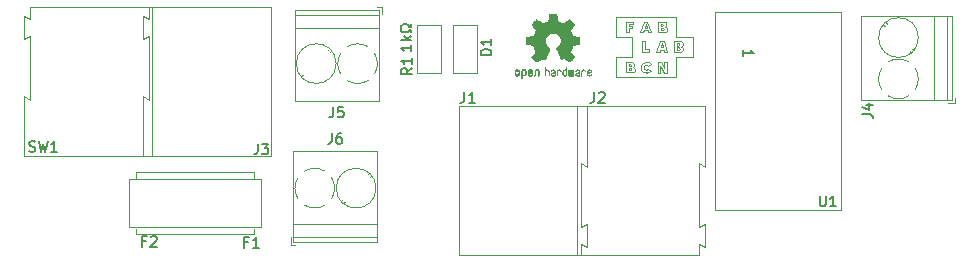
<source format=gbr>
%TF.GenerationSoftware,KiCad,Pcbnew,(5.1.10-1-10_14)*%
%TF.CreationDate,2021-07-05T16:18:31+02:00*%
%TF.ProjectId,cablebot_power,6361626c-6562-46f7-945f-706f7765722e,rev?*%
%TF.SameCoordinates,Original*%
%TF.FileFunction,Legend,Top*%
%TF.FilePolarity,Positive*%
%FSLAX46Y46*%
G04 Gerber Fmt 4.6, Leading zero omitted, Abs format (unit mm)*
G04 Created by KiCad (PCBNEW (5.1.10-1-10_14)) date 2021-07-05 16:18:31*
%MOMM*%
%LPD*%
G01*
G04 APERTURE LIST*
%ADD10C,0.127000*%
%ADD11C,0.100000*%
%ADD12C,0.150000*%
G04 APERTURE END LIST*
D10*
X178422833Y-96454000D02*
X178422833Y-95946000D01*
X178422833Y-96200000D02*
X179311833Y-96200000D01*
X179184833Y-96115333D01*
X179100166Y-96030666D01*
X179057833Y-95946000D01*
D11*
%TO.C,U2*%
X170579763Y-97693258D02*
X170402246Y-97528573D01*
X173067141Y-95832533D02*
X173067141Y-95832533D01*
X172949509Y-95933055D02*
X173046050Y-95895472D01*
X173046050Y-95895472D02*
X173067141Y-95832533D01*
X172834016Y-95933055D02*
X172949509Y-95933055D01*
X172834016Y-95736289D02*
X172834016Y-95933055D01*
X172949509Y-95736289D02*
X172834016Y-95736289D01*
X173067141Y-95832533D02*
X173012998Y-95748159D01*
X173012998Y-95748159D02*
X172949509Y-95736289D01*
X172831877Y-95396225D02*
X172831877Y-95394087D01*
X172919566Y-95396225D02*
X172831877Y-95396225D01*
X173026504Y-95483915D02*
X172963343Y-95401805D01*
X172963343Y-95401805D02*
X172919566Y-95396225D01*
X172919566Y-95573743D02*
X173012209Y-95535057D01*
X173012209Y-95535057D02*
X173026504Y-95483915D01*
X172831877Y-95573743D02*
X172919566Y-95573743D01*
X172831877Y-95394087D02*
X172831877Y-95573743D01*
X173351596Y-95886002D02*
X173351596Y-95886002D01*
X173159107Y-95672126D02*
X173258719Y-95705188D01*
X173258719Y-95705188D02*
X173327855Y-95778346D01*
X173327855Y-95778346D02*
X173351596Y-95886002D01*
X173306682Y-95456111D02*
X173288184Y-95561867D01*
X173288184Y-95561867D02*
X173227280Y-95641682D01*
X173227280Y-95641682D02*
X173159107Y-95672126D01*
X173026504Y-95216569D02*
X173137102Y-95229870D01*
X173137102Y-95229870D02*
X173229023Y-95274945D01*
X173229023Y-95274945D02*
X173289672Y-95358229D01*
X173289672Y-95358229D02*
X173306682Y-95456111D01*
X172564531Y-95216569D02*
X173026504Y-95216569D01*
X172564531Y-96110572D02*
X172564531Y-95216569D01*
X173037198Y-96110572D02*
X172564531Y-96110572D01*
X173351596Y-95886002D02*
X173329840Y-95986056D01*
X173329840Y-95986056D02*
X173256922Y-96062725D01*
X173256922Y-96062725D02*
X173153705Y-96100305D01*
X173153705Y-96100305D02*
X173037198Y-96110572D01*
X169841887Y-96108433D02*
X169841887Y-95214431D01*
X170477100Y-96108433D02*
X169841887Y-96108433D01*
X170477100Y-95894557D02*
X170477100Y-96108433D01*
X170107094Y-95894557D02*
X170477100Y-95894557D01*
X170107094Y-95214431D02*
X170107094Y-95894557D01*
X169841887Y-95214431D02*
X170107094Y-95214431D01*
X170068596Y-94061638D02*
X170265362Y-94061638D01*
X170164841Y-93719436D02*
X170068596Y-94061638D01*
X170166979Y-93719436D02*
X170164841Y-93719436D01*
X170265362Y-94061638D02*
X170166979Y-93719436D01*
X170374439Y-94438060D02*
X170323109Y-94260543D01*
X170635367Y-94438060D02*
X170374439Y-94438060D01*
X170320970Y-93544059D02*
X170635367Y-94438060D01*
X170012988Y-93544059D02*
X170320970Y-93544059D01*
X169698590Y-94438060D02*
X170012988Y-93544059D01*
X169959519Y-94438060D02*
X169698590Y-94438060D01*
X170010850Y-94260543D02*
X169959519Y-94438060D01*
X170323109Y-94260543D02*
X170010850Y-94260543D01*
X171687639Y-94160021D02*
X171687639Y-94160021D01*
X171570007Y-94260543D02*
X171666548Y-94222960D01*
X171666548Y-94222960D02*
X171687639Y-94160021D01*
X171454514Y-94260543D02*
X171570007Y-94260543D01*
X171454514Y-94063777D02*
X171454514Y-94260543D01*
X171570007Y-94063777D02*
X171454514Y-94063777D01*
X171687639Y-94160021D02*
X171633496Y-94075647D01*
X171633496Y-94075647D02*
X171570007Y-94063777D01*
X171452375Y-93723714D02*
X171452375Y-93721575D01*
X171540064Y-93723714D02*
X171452375Y-93723714D01*
X171647003Y-93811403D02*
X171583841Y-93729294D01*
X171583841Y-93729294D02*
X171540064Y-93723714D01*
X171540064Y-93901231D02*
X171632708Y-93862545D01*
X171632708Y-93862545D02*
X171647003Y-93811403D01*
X171452375Y-93901231D02*
X171540064Y-93901231D01*
X171452375Y-93721575D02*
X171452375Y-93901231D01*
X171972094Y-94213490D02*
X171972094Y-94213490D01*
X171779606Y-93999614D02*
X171879217Y-94032676D01*
X171879217Y-94032676D02*
X171948353Y-94105834D01*
X171948353Y-94105834D02*
X171972094Y-94213490D01*
X171927180Y-93783599D02*
X171908683Y-93889355D01*
X171908683Y-93889355D02*
X171847778Y-93969170D01*
X171847778Y-93969170D02*
X171779606Y-93999614D01*
X171647003Y-93544059D02*
X171757601Y-93557360D01*
X171757601Y-93557360D02*
X171849521Y-93602434D01*
X171849521Y-93602434D02*
X171910170Y-93685717D01*
X171910170Y-93685717D02*
X171927180Y-93783599D01*
X171185030Y-93544059D02*
X171647003Y-93544059D01*
X171185030Y-94438060D02*
X171185030Y-93544059D01*
X171657696Y-94438060D02*
X171185030Y-94438060D01*
X171972094Y-94213490D02*
X171950338Y-94313544D01*
X171950338Y-94313544D02*
X171877420Y-94390213D01*
X171877420Y-94390213D02*
X171774204Y-94427793D01*
X171774204Y-94427793D02*
X171657696Y-94438060D01*
X169097600Y-93721574D02*
X168721178Y-93721574D01*
X169097600Y-93544057D02*
X169097600Y-93721574D01*
X168460248Y-93544057D02*
X169097600Y-93544057D01*
X168460248Y-94438060D02*
X168460248Y-93544057D01*
X168721178Y-94438060D02*
X168460248Y-94438060D01*
X168721178Y-94095858D02*
X168721178Y-94438060D01*
X169044131Y-94095858D02*
X168721178Y-94095858D01*
X169749923Y-97410941D02*
X169764654Y-97523202D01*
X169764654Y-97523202D02*
X169806368Y-97625047D01*
X169806368Y-97625047D02*
X169871344Y-97712949D01*
X169871344Y-97712949D02*
X169955862Y-97783386D01*
X169955862Y-97783386D02*
X170056201Y-97832832D01*
X170056201Y-97832832D02*
X170168642Y-97857762D01*
X170168642Y-97857762D02*
X170216173Y-97860081D01*
X170216173Y-96961801D02*
X170099220Y-96975938D01*
X170099220Y-96975938D02*
X169993360Y-97016000D01*
X169993360Y-97016000D02*
X169902166Y-97078464D01*
X169902166Y-97078464D02*
X169829211Y-97159803D01*
X169829211Y-97159803D02*
X169778070Y-97256494D01*
X169778070Y-97256494D02*
X169752316Y-97365011D01*
X169752316Y-97365011D02*
X169749923Y-97410941D01*
X170581902Y-97130763D02*
X170509417Y-97061052D01*
X170509417Y-97061052D02*
X170422296Y-97007784D01*
X170422296Y-97007784D02*
X170323545Y-96973764D01*
X170323545Y-96973764D02*
X170216173Y-96961801D01*
X168964995Y-97579902D02*
X168964995Y-97579902D01*
X168847363Y-97680423D02*
X168943904Y-97642841D01*
X168943904Y-97642841D02*
X168964995Y-97579902D01*
X168731870Y-97680423D02*
X168847363Y-97680423D01*
X168731870Y-97483657D02*
X168731870Y-97680423D01*
X168847363Y-97483657D02*
X168731870Y-97483657D01*
X168964995Y-97579902D02*
X168910852Y-97495527D01*
X168910852Y-97495527D02*
X168847363Y-97483657D01*
X168729731Y-97143594D02*
X168729731Y-97141455D01*
X168817420Y-97143594D02*
X168729731Y-97143594D01*
X168924359Y-97231283D02*
X168861197Y-97149174D01*
X168861197Y-97149174D02*
X168817420Y-97143594D01*
X168817420Y-97321111D02*
X168910064Y-97282425D01*
X168910064Y-97282425D02*
X168924359Y-97231283D01*
X168729731Y-97321111D02*
X168817420Y-97321111D01*
X168729731Y-97141455D02*
X168729731Y-97321111D01*
X169249450Y-97631232D02*
X169249450Y-97631232D01*
X169056962Y-97417356D02*
X169155626Y-97450849D01*
X169155626Y-97450849D02*
X169225212Y-97524526D01*
X169225212Y-97524526D02*
X169249450Y-97631232D01*
X169204536Y-97201341D02*
X169186039Y-97307096D01*
X169186039Y-97307096D02*
X169125134Y-97386911D01*
X169125134Y-97386911D02*
X169056962Y-97417356D01*
X168924359Y-96961799D02*
X169034957Y-96975100D01*
X169034957Y-96975100D02*
X169126877Y-97020175D01*
X169126877Y-97020175D02*
X169187526Y-97103459D01*
X169187526Y-97103459D02*
X169204536Y-97201341D01*
X168462386Y-96961799D02*
X168924359Y-96961799D01*
X168462386Y-97855802D02*
X168462386Y-96961799D01*
X168935052Y-97855802D02*
X168462386Y-97855802D01*
X169249450Y-97631232D02*
X169227694Y-97731286D01*
X169227694Y-97731286D02*
X169154776Y-97807955D01*
X169154776Y-97807955D02*
X169051560Y-97845535D01*
X169051560Y-97845535D02*
X168935052Y-97855802D01*
X171180752Y-97860079D02*
X171180752Y-96957522D01*
X171413878Y-97860079D02*
X171180752Y-97860079D01*
X171413878Y-97425911D02*
X171413878Y-97860079D01*
X171413878Y-97306140D02*
X171413878Y-97425911D01*
X171416016Y-97306140D02*
X171413878Y-97306140D01*
X171465208Y-97415217D02*
X171423060Y-97324026D01*
X171423060Y-97324026D02*
X171416016Y-97306140D01*
X171706888Y-97860079D02*
X171465208Y-97415217D01*
X171967817Y-97860079D02*
X171706888Y-97860079D01*
X171967817Y-96957522D02*
X171967817Y-97860079D01*
X171734692Y-96957522D02*
X171967817Y-96957522D01*
X171734692Y-97398107D02*
X171734692Y-96957522D01*
X171734692Y-97511461D02*
X171734692Y-97398107D01*
X171732553Y-97511461D02*
X171734692Y-97511461D01*
X171681223Y-97393829D02*
X171723894Y-97488025D01*
X171723894Y-97488025D02*
X171732553Y-97511461D01*
X171454514Y-96957522D02*
X171681223Y-97393829D01*
X171180752Y-96957522D02*
X171454514Y-96957522D01*
X171448098Y-95734150D02*
X171644864Y-95734150D01*
X171544342Y-95391948D02*
X171448098Y-95734150D01*
X171546481Y-95391948D02*
X171544342Y-95391948D01*
X171644864Y-95734150D02*
X171546481Y-95391948D01*
X171753941Y-96110572D02*
X171702610Y-95933055D01*
X172014870Y-96110572D02*
X171753941Y-96110572D01*
X171700472Y-95216569D02*
X172014870Y-96110572D01*
X171392490Y-95216569D02*
X171700472Y-95216569D01*
X171078092Y-96110572D02*
X171392490Y-95216569D01*
X171339021Y-96110572D02*
X171078092Y-96110572D01*
X171390351Y-95933055D02*
X171339021Y-96110572D01*
X171702610Y-95933055D02*
X171390351Y-95933055D01*
X172757024Y-94844425D02*
X172757024Y-93135553D01*
X169018466Y-94844425D02*
X169018466Y-96555436D01*
X167641102Y-94844425D02*
X169018466Y-94844425D01*
X167641102Y-93135553D02*
X167641102Y-94844425D01*
X172757024Y-93135553D02*
X167641102Y-93135553D01*
X169044131Y-93899092D02*
X169044131Y-94095858D01*
X168721178Y-93899092D02*
X169044131Y-93899092D01*
X168721178Y-93721574D02*
X168721178Y-93899092D01*
X174134388Y-94844425D02*
X172757024Y-94844425D01*
X174134388Y-96555436D02*
X174134388Y-94844425D01*
X172757024Y-96555436D02*
X174134388Y-96555436D01*
X172757024Y-98264308D02*
X172757024Y-96555436D01*
X167641102Y-98264308D02*
X172757024Y-98264308D01*
X167641102Y-96555436D02*
X167641102Y-98264308D01*
X169018466Y-96555436D02*
X167641102Y-96555436D01*
X170216173Y-97624818D02*
X170111059Y-97599401D01*
X170111059Y-97599401D02*
X170033438Y-97531768D01*
X170033438Y-97531768D02*
X169997014Y-97434843D01*
X169997014Y-97434843D02*
X169995880Y-97413080D01*
X170216173Y-97860081D02*
X170323211Y-97848150D01*
X170323211Y-97848150D02*
X170421227Y-97814365D01*
X170421227Y-97814365D02*
X170507612Y-97761731D01*
X170507612Y-97761731D02*
X170579763Y-97693258D01*
X170402246Y-97528573D02*
X170324448Y-97598350D01*
X170324448Y-97598350D02*
X170223559Y-97624705D01*
X170223559Y-97624705D02*
X170216173Y-97624818D01*
X170402246Y-97299725D02*
X170581902Y-97130763D01*
X170216173Y-97201342D02*
X170318424Y-97224956D01*
X170318424Y-97224956D02*
X170398549Y-97294173D01*
X170398549Y-97294173D02*
X170402246Y-97299725D01*
X169995880Y-97413080D02*
X170022418Y-97311846D01*
X170022418Y-97311846D02*
X170092897Y-97237320D01*
X170092897Y-97237320D02*
X170193609Y-97202427D01*
X170193609Y-97202427D02*
X170216173Y-97201342D01*
%TO.C,J6*%
X140100000Y-112450000D02*
X140500000Y-112450000D01*
X140100000Y-111810000D02*
X140100000Y-112450000D01*
X144505000Y-108591000D02*
X144376000Y-108719000D01*
X146720000Y-106375000D02*
X146626000Y-106469000D01*
X144675000Y-108831000D02*
X144581000Y-108924000D01*
X146925000Y-106581000D02*
X146796000Y-106709000D01*
X147460000Y-104490000D02*
X147460000Y-112210000D01*
X140340000Y-104490000D02*
X140340000Y-112210000D01*
X140340000Y-112210000D02*
X147460000Y-112210000D01*
X140340000Y-104490000D02*
X147460000Y-104490000D01*
X140340000Y-110650000D02*
X147460000Y-110650000D01*
X140340000Y-111750000D02*
X147460000Y-111750000D01*
X147330000Y-107650000D02*
G75*
G03*
X147330000Y-107650000I-1680000J0D01*
G01*
X142178674Y-109330099D02*
G75*
G02*
X141284000Y-109090000I-28674J1680099D01*
G01*
X140724642Y-108539894D02*
G75*
G02*
X140710000Y-106784000I1425358J889894D01*
G01*
X141260106Y-106224642D02*
G75*
G02*
X143016000Y-106210000I889894J-1425358D01*
G01*
X143575505Y-106759807D02*
G75*
G02*
X143575000Y-108541000I-1425505J-890193D01*
G01*
X143040264Y-109074721D02*
G75*
G02*
X142150000Y-109330000I-890264J1424721D01*
G01*
D12*
%TO.C,OSH1*%
G36*
X159949744Y-97569918D02*
G01*
X160005201Y-97597568D01*
X160054148Y-97648480D01*
X160067629Y-97667338D01*
X160082314Y-97692015D01*
X160091842Y-97718816D01*
X160097293Y-97754587D01*
X160099747Y-97806169D01*
X160100286Y-97874267D01*
X160097852Y-97967588D01*
X160089394Y-98037657D01*
X160073174Y-98089931D01*
X160047454Y-98129869D01*
X160010497Y-98162929D01*
X160007782Y-98164886D01*
X159971360Y-98184908D01*
X159927502Y-98194815D01*
X159871724Y-98197257D01*
X159781048Y-98197257D01*
X159781010Y-98285283D01*
X159780166Y-98334308D01*
X159775024Y-98363065D01*
X159761587Y-98380311D01*
X159735858Y-98394808D01*
X159729679Y-98397769D01*
X159700764Y-98411648D01*
X159678376Y-98420414D01*
X159661729Y-98421171D01*
X159650036Y-98411023D01*
X159642510Y-98387073D01*
X159638366Y-98346426D01*
X159636815Y-98286186D01*
X159637071Y-98203455D01*
X159638349Y-98095339D01*
X159638748Y-98063000D01*
X159640185Y-97951524D01*
X159641472Y-97878603D01*
X159780971Y-97878603D01*
X159781755Y-97940499D01*
X159785240Y-97980997D01*
X159793124Y-98007708D01*
X159807105Y-98028244D01*
X159816597Y-98038260D01*
X159855404Y-98067567D01*
X159889763Y-98069952D01*
X159925216Y-98045750D01*
X159926114Y-98044857D01*
X159940539Y-98026153D01*
X159949313Y-98000732D01*
X159953739Y-97961584D01*
X159955118Y-97901697D01*
X159955143Y-97888430D01*
X159951812Y-97805901D01*
X159940969Y-97748691D01*
X159921340Y-97713766D01*
X159891650Y-97698094D01*
X159874491Y-97696514D01*
X159833766Y-97703926D01*
X159805832Y-97728330D01*
X159789017Y-97772980D01*
X159781650Y-97841130D01*
X159780971Y-97878603D01*
X159641472Y-97878603D01*
X159641708Y-97865245D01*
X159643677Y-97800333D01*
X159646450Y-97752958D01*
X159650388Y-97719290D01*
X159655849Y-97695498D01*
X159663192Y-97677753D01*
X159672777Y-97662224D01*
X159676887Y-97656381D01*
X159731405Y-97601185D01*
X159800336Y-97569890D01*
X159880072Y-97561165D01*
X159949744Y-97569918D01*
G37*
G36*
X161066093Y-97577780D02*
G01*
X161112672Y-97604723D01*
X161145057Y-97631466D01*
X161168742Y-97659484D01*
X161185059Y-97693748D01*
X161195339Y-97739227D01*
X161200914Y-97800892D01*
X161203116Y-97883711D01*
X161203371Y-97943246D01*
X161203371Y-98162391D01*
X161141686Y-98190044D01*
X161080000Y-98217697D01*
X161072743Y-97977670D01*
X161069744Y-97888028D01*
X161066598Y-97822962D01*
X161062701Y-97778026D01*
X161057447Y-97748770D01*
X161050231Y-97730748D01*
X161040450Y-97719511D01*
X161037312Y-97717079D01*
X160989761Y-97698083D01*
X160941697Y-97705600D01*
X160913086Y-97725543D01*
X160901447Y-97739675D01*
X160893391Y-97758220D01*
X160888271Y-97786334D01*
X160885441Y-97829173D01*
X160884256Y-97891895D01*
X160884057Y-97957261D01*
X160884018Y-98039268D01*
X160882614Y-98097316D01*
X160877914Y-98136465D01*
X160867987Y-98161780D01*
X160850903Y-98178323D01*
X160824732Y-98191156D01*
X160789775Y-98204491D01*
X160751596Y-98219007D01*
X160756141Y-97961389D01*
X160757971Y-97868519D01*
X160760112Y-97799889D01*
X160763181Y-97750711D01*
X160767794Y-97716198D01*
X160774568Y-97691562D01*
X160784119Y-97672016D01*
X160795634Y-97654770D01*
X160851190Y-97599680D01*
X160918980Y-97567822D01*
X160992713Y-97560191D01*
X161066093Y-97577780D01*
G37*
G36*
X159391115Y-97571962D02*
G01*
X159459145Y-97607733D01*
X159509351Y-97665301D01*
X159527185Y-97702312D01*
X159541063Y-97757882D01*
X159548167Y-97828096D01*
X159548840Y-97904727D01*
X159543427Y-97979552D01*
X159532270Y-98044342D01*
X159515714Y-98090873D01*
X159510626Y-98098887D01*
X159450355Y-98158707D01*
X159378769Y-98194535D01*
X159301092Y-98205020D01*
X159222548Y-98188810D01*
X159200689Y-98179092D01*
X159158122Y-98149143D01*
X159120763Y-98109433D01*
X159117232Y-98104397D01*
X159102881Y-98080124D01*
X159093394Y-98054178D01*
X159087790Y-98020022D01*
X159085086Y-97971119D01*
X159084299Y-97900935D01*
X159084286Y-97885200D01*
X159084322Y-97880192D01*
X159229429Y-97880192D01*
X159230273Y-97946430D01*
X159233596Y-97990386D01*
X159240583Y-98018779D01*
X159252416Y-98038325D01*
X159258457Y-98044857D01*
X159293186Y-98069680D01*
X159326903Y-98068548D01*
X159360995Y-98047016D01*
X159381329Y-98024029D01*
X159393371Y-97990478D01*
X159400134Y-97937569D01*
X159400598Y-97931399D01*
X159401752Y-97835513D01*
X159389688Y-97764299D01*
X159364570Y-97718194D01*
X159326560Y-97697635D01*
X159312992Y-97696514D01*
X159277364Y-97702152D01*
X159252994Y-97721686D01*
X159238093Y-97759042D01*
X159230875Y-97818150D01*
X159229429Y-97880192D01*
X159084322Y-97880192D01*
X159084826Y-97810413D01*
X159087096Y-97758159D01*
X159092068Y-97721949D01*
X159100713Y-97695299D01*
X159114005Y-97671722D01*
X159116943Y-97667338D01*
X159166313Y-97608249D01*
X159220109Y-97573947D01*
X159285602Y-97560331D01*
X159307842Y-97559665D01*
X159391115Y-97571962D01*
G37*
G36*
X160518303Y-97581239D02*
G01*
X160575527Y-97619735D01*
X160619749Y-97675335D01*
X160646167Y-97746086D01*
X160651510Y-97798162D01*
X160650903Y-97819893D01*
X160645822Y-97836531D01*
X160631855Y-97851437D01*
X160604589Y-97867973D01*
X160559612Y-97889498D01*
X160492511Y-97919374D01*
X160492171Y-97919524D01*
X160430407Y-97947813D01*
X160379759Y-97972933D01*
X160345404Y-97992179D01*
X160332518Y-98002848D01*
X160332514Y-98002934D01*
X160343872Y-98026166D01*
X160370431Y-98051774D01*
X160400923Y-98070221D01*
X160416370Y-98073886D01*
X160458515Y-98061212D01*
X160494808Y-98029471D01*
X160512517Y-97994572D01*
X160529552Y-97968845D01*
X160562922Y-97939546D01*
X160602149Y-97914235D01*
X160636756Y-97900471D01*
X160643993Y-97899714D01*
X160652139Y-97912160D01*
X160652630Y-97943972D01*
X160646643Y-97986866D01*
X160635357Y-98032558D01*
X160619950Y-98072761D01*
X160619171Y-98074322D01*
X160572804Y-98139062D01*
X160512711Y-98183097D01*
X160444465Y-98204711D01*
X160373638Y-98202185D01*
X160305804Y-98173804D01*
X160302788Y-98171808D01*
X160249427Y-98123448D01*
X160214340Y-98060352D01*
X160194922Y-97977387D01*
X160192316Y-97954078D01*
X160187701Y-97844055D01*
X160193233Y-97792748D01*
X160332514Y-97792748D01*
X160334324Y-97824753D01*
X160344222Y-97834093D01*
X160368898Y-97827105D01*
X160407795Y-97810587D01*
X160451275Y-97789881D01*
X160452356Y-97789333D01*
X160489209Y-97769949D01*
X160504000Y-97757013D01*
X160500353Y-97743451D01*
X160484995Y-97725632D01*
X160445923Y-97699845D01*
X160403846Y-97697950D01*
X160366103Y-97716717D01*
X160340034Y-97752915D01*
X160332514Y-97792748D01*
X160193233Y-97792748D01*
X160197194Y-97756027D01*
X160221550Y-97686212D01*
X160255456Y-97637302D01*
X160316653Y-97587878D01*
X160384063Y-97563359D01*
X160452880Y-97561797D01*
X160518303Y-97581239D01*
G37*
G36*
X161725886Y-97501289D02*
G01*
X161730139Y-97560613D01*
X161735025Y-97595572D01*
X161741795Y-97610820D01*
X161751702Y-97611015D01*
X161754914Y-97609195D01*
X161797644Y-97596015D01*
X161853227Y-97596785D01*
X161909737Y-97610333D01*
X161945082Y-97627861D01*
X161981321Y-97655861D01*
X162007813Y-97687549D01*
X162025999Y-97727813D01*
X162037322Y-97781543D01*
X162043222Y-97853626D01*
X162045143Y-97948951D01*
X162045177Y-97967237D01*
X162045200Y-98172646D01*
X161999491Y-98188580D01*
X161967027Y-98199420D01*
X161949215Y-98204468D01*
X161948691Y-98204514D01*
X161946937Y-98190828D01*
X161945444Y-98153076D01*
X161944326Y-98096224D01*
X161943697Y-98025234D01*
X161943600Y-97982073D01*
X161943398Y-97896973D01*
X161942358Y-97835981D01*
X161939831Y-97794177D01*
X161935164Y-97766642D01*
X161927707Y-97748456D01*
X161916811Y-97734698D01*
X161910007Y-97728073D01*
X161863272Y-97701375D01*
X161812272Y-97699375D01*
X161766001Y-97721955D01*
X161757444Y-97730107D01*
X161744893Y-97745436D01*
X161736188Y-97763618D01*
X161730631Y-97789909D01*
X161727526Y-97829562D01*
X161726176Y-97887832D01*
X161725886Y-97968173D01*
X161725886Y-98172646D01*
X161680177Y-98188580D01*
X161647713Y-98199420D01*
X161629901Y-98204468D01*
X161629377Y-98204514D01*
X161628037Y-98190623D01*
X161626828Y-98151439D01*
X161625801Y-98090700D01*
X161625002Y-98012141D01*
X161624481Y-97919498D01*
X161624286Y-97816509D01*
X161624286Y-97419342D01*
X161671457Y-97399444D01*
X161718629Y-97379547D01*
X161725886Y-97501289D01*
G37*
G36*
X162389744Y-97600968D02*
G01*
X162446616Y-97622087D01*
X162447267Y-97622493D01*
X162482440Y-97648380D01*
X162508407Y-97678633D01*
X162526670Y-97718058D01*
X162538732Y-97771462D01*
X162546096Y-97843651D01*
X162550264Y-97939432D01*
X162550629Y-97953078D01*
X162555876Y-98158842D01*
X162511716Y-98181678D01*
X162479763Y-98197110D01*
X162460470Y-98204423D01*
X162459578Y-98204514D01*
X162456239Y-98191022D01*
X162453587Y-98154626D01*
X162451956Y-98101452D01*
X162451600Y-98058393D01*
X162451592Y-97988641D01*
X162448403Y-97944837D01*
X162437288Y-97923944D01*
X162413501Y-97922925D01*
X162372296Y-97938741D01*
X162310086Y-97967815D01*
X162264341Y-97991963D01*
X162240813Y-98012913D01*
X162233896Y-98035747D01*
X162233886Y-98036877D01*
X162245299Y-98076212D01*
X162279092Y-98097462D01*
X162330809Y-98100539D01*
X162368061Y-98100006D01*
X162387703Y-98110735D01*
X162399952Y-98136505D01*
X162407002Y-98169337D01*
X162396842Y-98187966D01*
X162393017Y-98190632D01*
X162357001Y-98201340D01*
X162306566Y-98202856D01*
X162254626Y-98195759D01*
X162217822Y-98182788D01*
X162166938Y-98139585D01*
X162138014Y-98079446D01*
X162132286Y-98032462D01*
X162136657Y-97990082D01*
X162152475Y-97955488D01*
X162183797Y-97924763D01*
X162234678Y-97893990D01*
X162309176Y-97859252D01*
X162313714Y-97857288D01*
X162380821Y-97826287D01*
X162422232Y-97800862D01*
X162439981Y-97778014D01*
X162436107Y-97754745D01*
X162412643Y-97728056D01*
X162405627Y-97721914D01*
X162358630Y-97698100D01*
X162309933Y-97699103D01*
X162267522Y-97722451D01*
X162239384Y-97765675D01*
X162236769Y-97774160D01*
X162211308Y-97815308D01*
X162179001Y-97835128D01*
X162132286Y-97854770D01*
X162132286Y-97803950D01*
X162146496Y-97730082D01*
X162188675Y-97662327D01*
X162210624Y-97639661D01*
X162260517Y-97610569D01*
X162323967Y-97597400D01*
X162389744Y-97600968D01*
G37*
G36*
X162879926Y-97599755D02*
G01*
X162945858Y-97624084D01*
X162999273Y-97667117D01*
X163020164Y-97697409D01*
X163042939Y-97752994D01*
X163042466Y-97793186D01*
X163018562Y-97820217D01*
X163009717Y-97824813D01*
X162971530Y-97839144D01*
X162952028Y-97835472D01*
X162945422Y-97811407D01*
X162945086Y-97798114D01*
X162932992Y-97749210D01*
X162901471Y-97714999D01*
X162857659Y-97698476D01*
X162808695Y-97702634D01*
X162768894Y-97724227D01*
X162755450Y-97736544D01*
X162745921Y-97751487D01*
X162739485Y-97774075D01*
X162735317Y-97809328D01*
X162732597Y-97862266D01*
X162730502Y-97937907D01*
X162729960Y-97961857D01*
X162727981Y-98043790D01*
X162725731Y-98101455D01*
X162722357Y-98139608D01*
X162717006Y-98163004D01*
X162708824Y-98176398D01*
X162696959Y-98184545D01*
X162689362Y-98188144D01*
X162657102Y-98200452D01*
X162638111Y-98204514D01*
X162631836Y-98190948D01*
X162628006Y-98149934D01*
X162626600Y-98080999D01*
X162627598Y-97983669D01*
X162627908Y-97968657D01*
X162630101Y-97879859D01*
X162632693Y-97815019D01*
X162636382Y-97769067D01*
X162641864Y-97736935D01*
X162649835Y-97713553D01*
X162660993Y-97693852D01*
X162666830Y-97685410D01*
X162700296Y-97648057D01*
X162737727Y-97619003D01*
X162742309Y-97616467D01*
X162809426Y-97596443D01*
X162879926Y-97599755D01*
G37*
G36*
X163540117Y-97715358D02*
G01*
X163539933Y-97823837D01*
X163539219Y-97907287D01*
X163537675Y-97969704D01*
X163535001Y-98015085D01*
X163530894Y-98047429D01*
X163525055Y-98070733D01*
X163517182Y-98088995D01*
X163511221Y-98099418D01*
X163461855Y-98155945D01*
X163399264Y-98191377D01*
X163330013Y-98204090D01*
X163260668Y-98192463D01*
X163219375Y-98171568D01*
X163176025Y-98135422D01*
X163146481Y-98091276D01*
X163128655Y-98033462D01*
X163120463Y-97956313D01*
X163119302Y-97899714D01*
X163119458Y-97895647D01*
X163220857Y-97895647D01*
X163221476Y-97960550D01*
X163224314Y-98003514D01*
X163230840Y-98031622D01*
X163242523Y-98051953D01*
X163256483Y-98067288D01*
X163303365Y-98096890D01*
X163353701Y-98099419D01*
X163401276Y-98074705D01*
X163404979Y-98071356D01*
X163420783Y-98053935D01*
X163430693Y-98033209D01*
X163436058Y-98002362D01*
X163438228Y-97954577D01*
X163438571Y-97901748D01*
X163437827Y-97835381D01*
X163434748Y-97791106D01*
X163428061Y-97762009D01*
X163416496Y-97741173D01*
X163407013Y-97730107D01*
X163362960Y-97702198D01*
X163312224Y-97698843D01*
X163263796Y-97720159D01*
X163254450Y-97728073D01*
X163238540Y-97745647D01*
X163228610Y-97766587D01*
X163223278Y-97797782D01*
X163221163Y-97846122D01*
X163220857Y-97895647D01*
X163119458Y-97895647D01*
X163122810Y-97808568D01*
X163134726Y-97740086D01*
X163157135Y-97688600D01*
X163192124Y-97648443D01*
X163219375Y-97627861D01*
X163268907Y-97605625D01*
X163326316Y-97595304D01*
X163379682Y-97598067D01*
X163409543Y-97609212D01*
X163421261Y-97612383D01*
X163429037Y-97600557D01*
X163434465Y-97568866D01*
X163438571Y-97520593D01*
X163443067Y-97466829D01*
X163449313Y-97434482D01*
X163460676Y-97415985D01*
X163480528Y-97403770D01*
X163493000Y-97398362D01*
X163540171Y-97378601D01*
X163540117Y-97715358D01*
G37*
G36*
X164129833Y-97608663D02*
G01*
X164132048Y-97646850D01*
X164133784Y-97704886D01*
X164134899Y-97778180D01*
X164135257Y-97855055D01*
X164135257Y-98115196D01*
X164089326Y-98161127D01*
X164057675Y-98189429D01*
X164029890Y-98200893D01*
X163991915Y-98200168D01*
X163976840Y-98198321D01*
X163929726Y-98192948D01*
X163890756Y-98189869D01*
X163881257Y-98189585D01*
X163849233Y-98191445D01*
X163803432Y-98196114D01*
X163785674Y-98198321D01*
X163742057Y-98201735D01*
X163712745Y-98194320D01*
X163683680Y-98171427D01*
X163673188Y-98161127D01*
X163627257Y-98115196D01*
X163627257Y-97628602D01*
X163664226Y-97611758D01*
X163696059Y-97599282D01*
X163714683Y-97594914D01*
X163719458Y-97608718D01*
X163723921Y-97647286D01*
X163727775Y-97706356D01*
X163730722Y-97781663D01*
X163732143Y-97845286D01*
X163736114Y-98095657D01*
X163770759Y-98100556D01*
X163802268Y-98097131D01*
X163817708Y-98086041D01*
X163822023Y-98065308D01*
X163825708Y-98021145D01*
X163828469Y-97959146D01*
X163830012Y-97884909D01*
X163830235Y-97846706D01*
X163830457Y-97626783D01*
X163876166Y-97610849D01*
X163908518Y-97600015D01*
X163926115Y-97594962D01*
X163926623Y-97594914D01*
X163928388Y-97608648D01*
X163930329Y-97646730D01*
X163932282Y-97704482D01*
X163934084Y-97777227D01*
X163935343Y-97845286D01*
X163939314Y-98095657D01*
X164026400Y-98095657D01*
X164030396Y-97867240D01*
X164034392Y-97638822D01*
X164076847Y-97616868D01*
X164108192Y-97601793D01*
X164126744Y-97594951D01*
X164127279Y-97594914D01*
X164129833Y-97608663D01*
G37*
G36*
X164494876Y-97606335D02*
G01*
X164536667Y-97625344D01*
X164569469Y-97648378D01*
X164593503Y-97674133D01*
X164610097Y-97707358D01*
X164620577Y-97752800D01*
X164626271Y-97815207D01*
X164628507Y-97899327D01*
X164628743Y-97954721D01*
X164628743Y-98170826D01*
X164591774Y-98187670D01*
X164562656Y-98199981D01*
X164548231Y-98204514D01*
X164545472Y-98191025D01*
X164543282Y-98154653D01*
X164541942Y-98101542D01*
X164541657Y-98059372D01*
X164540434Y-97998447D01*
X164537136Y-97950115D01*
X164532321Y-97920518D01*
X164528496Y-97914229D01*
X164502783Y-97920652D01*
X164462418Y-97937125D01*
X164415679Y-97959458D01*
X164370845Y-97983457D01*
X164336193Y-98004930D01*
X164320002Y-98019685D01*
X164319938Y-98019845D01*
X164321330Y-98047152D01*
X164333818Y-98073219D01*
X164355743Y-98094392D01*
X164387743Y-98101474D01*
X164415092Y-98100649D01*
X164453826Y-98100042D01*
X164474158Y-98109116D01*
X164486369Y-98133092D01*
X164487909Y-98137613D01*
X164493203Y-98171806D01*
X164479047Y-98192568D01*
X164442148Y-98202462D01*
X164402289Y-98204292D01*
X164330562Y-98190727D01*
X164293432Y-98171355D01*
X164247576Y-98125845D01*
X164223256Y-98069983D01*
X164221073Y-98010957D01*
X164241629Y-97955953D01*
X164272549Y-97921486D01*
X164303420Y-97902189D01*
X164351942Y-97877759D01*
X164408485Y-97852985D01*
X164417910Y-97849199D01*
X164480019Y-97821791D01*
X164515822Y-97797634D01*
X164527337Y-97773619D01*
X164516580Y-97746635D01*
X164498114Y-97725543D01*
X164454469Y-97699572D01*
X164406446Y-97697624D01*
X164362406Y-97717637D01*
X164330709Y-97757551D01*
X164326549Y-97767848D01*
X164302327Y-97805724D01*
X164266965Y-97833842D01*
X164222343Y-97856917D01*
X164222343Y-97791485D01*
X164224969Y-97751506D01*
X164236230Y-97719997D01*
X164261199Y-97686378D01*
X164285169Y-97660484D01*
X164322441Y-97623817D01*
X164351401Y-97604121D01*
X164382505Y-97596220D01*
X164417713Y-97594914D01*
X164494876Y-97606335D01*
G37*
G36*
X165002600Y-97608752D02*
G01*
X165019948Y-97616334D01*
X165061356Y-97649128D01*
X165096765Y-97696547D01*
X165118664Y-97747151D01*
X165122229Y-97772098D01*
X165110279Y-97806927D01*
X165084067Y-97825357D01*
X165055964Y-97836516D01*
X165043095Y-97838572D01*
X165036829Y-97823649D01*
X165024456Y-97791175D01*
X165019028Y-97776502D01*
X164988590Y-97725744D01*
X164944520Y-97700427D01*
X164888010Y-97701206D01*
X164883825Y-97702203D01*
X164853655Y-97716507D01*
X164831476Y-97744393D01*
X164816327Y-97789287D01*
X164807250Y-97854615D01*
X164803286Y-97943804D01*
X164802914Y-97991261D01*
X164802730Y-98066071D01*
X164801522Y-98117069D01*
X164798309Y-98149471D01*
X164792109Y-98168495D01*
X164781940Y-98179356D01*
X164766819Y-98187272D01*
X164765946Y-98187670D01*
X164736828Y-98199981D01*
X164722403Y-98204514D01*
X164720186Y-98190809D01*
X164718289Y-98152925D01*
X164716847Y-98095715D01*
X164715998Y-98024027D01*
X164715829Y-97971565D01*
X164716692Y-97870047D01*
X164720070Y-97793032D01*
X164727142Y-97736023D01*
X164739088Y-97694526D01*
X164757090Y-97664043D01*
X164782327Y-97640080D01*
X164807247Y-97623355D01*
X164867171Y-97601097D01*
X164936911Y-97596076D01*
X165002600Y-97608752D01*
G37*
G36*
X165503595Y-97616966D02*
G01*
X165561021Y-97654497D01*
X165588719Y-97688096D01*
X165610662Y-97749064D01*
X165612405Y-97797308D01*
X165608457Y-97861816D01*
X165459686Y-97926934D01*
X165387349Y-97960202D01*
X165340084Y-97986964D01*
X165315507Y-98010144D01*
X165311237Y-98032667D01*
X165324889Y-98057455D01*
X165339943Y-98073886D01*
X165383746Y-98100235D01*
X165431389Y-98102081D01*
X165475145Y-98081546D01*
X165507289Y-98040752D01*
X165513038Y-98026347D01*
X165540576Y-97981356D01*
X165572258Y-97962182D01*
X165615714Y-97945779D01*
X165615714Y-98007966D01*
X165611872Y-98050283D01*
X165596823Y-98085969D01*
X165565280Y-98126943D01*
X165560592Y-98132267D01*
X165525506Y-98168720D01*
X165495347Y-98188283D01*
X165457615Y-98197283D01*
X165426335Y-98200230D01*
X165370385Y-98200965D01*
X165330555Y-98191660D01*
X165305708Y-98177846D01*
X165266656Y-98147467D01*
X165239625Y-98114613D01*
X165222517Y-98073294D01*
X165213238Y-98017521D01*
X165209693Y-97941305D01*
X165209410Y-97902622D01*
X165210372Y-97856247D01*
X165298007Y-97856247D01*
X165299023Y-97881126D01*
X165301556Y-97885200D01*
X165318274Y-97879665D01*
X165354249Y-97865017D01*
X165402331Y-97844190D01*
X165412386Y-97839714D01*
X165473152Y-97808814D01*
X165506632Y-97781657D01*
X165513990Y-97756220D01*
X165496391Y-97730481D01*
X165481856Y-97719109D01*
X165429410Y-97696364D01*
X165380322Y-97700122D01*
X165339227Y-97727884D01*
X165310758Y-97777152D01*
X165301631Y-97816257D01*
X165298007Y-97856247D01*
X165210372Y-97856247D01*
X165211285Y-97812249D01*
X165218196Y-97745384D01*
X165231884Y-97696695D01*
X165254096Y-97660849D01*
X165286574Y-97632513D01*
X165300733Y-97623355D01*
X165365053Y-97599507D01*
X165435473Y-97598006D01*
X165503595Y-97616966D01*
G37*
G36*
X162453910Y-92892348D02*
G01*
X162532454Y-92892778D01*
X162589298Y-92893942D01*
X162628105Y-92896207D01*
X162652538Y-92899940D01*
X162666262Y-92905506D01*
X162672940Y-92913273D01*
X162676236Y-92923605D01*
X162676556Y-92924943D01*
X162681562Y-92949079D01*
X162690829Y-92996701D01*
X162703392Y-93062741D01*
X162718287Y-93142128D01*
X162734551Y-93229796D01*
X162735119Y-93232875D01*
X162751410Y-93318789D01*
X162766652Y-93394696D01*
X162779861Y-93456045D01*
X162790054Y-93498282D01*
X162796248Y-93516855D01*
X162796543Y-93517184D01*
X162814788Y-93526253D01*
X162852405Y-93541367D01*
X162901271Y-93559262D01*
X162901543Y-93559358D01*
X162963093Y-93582493D01*
X163035657Y-93611965D01*
X163104057Y-93641597D01*
X163107294Y-93643062D01*
X163218702Y-93693626D01*
X163465399Y-93525160D01*
X163541077Y-93473803D01*
X163609631Y-93427889D01*
X163667088Y-93390030D01*
X163709476Y-93362837D01*
X163732825Y-93348921D01*
X163735042Y-93347889D01*
X163752010Y-93352484D01*
X163783701Y-93374655D01*
X163831352Y-93415447D01*
X163896198Y-93475905D01*
X163962397Y-93540227D01*
X164026214Y-93603612D01*
X164083329Y-93661451D01*
X164130305Y-93710175D01*
X164163703Y-93746210D01*
X164180085Y-93765984D01*
X164180694Y-93767002D01*
X164182505Y-93780572D01*
X164175683Y-93802733D01*
X164158540Y-93836478D01*
X164129393Y-93884800D01*
X164086555Y-93950692D01*
X164029448Y-94035517D01*
X163978766Y-94110177D01*
X163933461Y-94177140D01*
X163896150Y-94232516D01*
X163869452Y-94272420D01*
X163855985Y-94292962D01*
X163855137Y-94294356D01*
X163856781Y-94314038D01*
X163869245Y-94352293D01*
X163890048Y-94401889D01*
X163897462Y-94417728D01*
X163929814Y-94488290D01*
X163964328Y-94568353D01*
X163992365Y-94637629D01*
X164012568Y-94689045D01*
X164028615Y-94728119D01*
X164037888Y-94748541D01*
X164039041Y-94750114D01*
X164056096Y-94752721D01*
X164096298Y-94759863D01*
X164154302Y-94770523D01*
X164224763Y-94783685D01*
X164302335Y-94798333D01*
X164381672Y-94813449D01*
X164457431Y-94828018D01*
X164524264Y-94841022D01*
X164576828Y-94851445D01*
X164609776Y-94858270D01*
X164617857Y-94860199D01*
X164626205Y-94864962D01*
X164632506Y-94875718D01*
X164637045Y-94896098D01*
X164640104Y-94929734D01*
X164641967Y-94980255D01*
X164642918Y-95051292D01*
X164643240Y-95146476D01*
X164643257Y-95185492D01*
X164643257Y-95502799D01*
X164567057Y-95517839D01*
X164524663Y-95525995D01*
X164461400Y-95537899D01*
X164384962Y-95552116D01*
X164303043Y-95567210D01*
X164280400Y-95571355D01*
X164204806Y-95586053D01*
X164138953Y-95600505D01*
X164088366Y-95613375D01*
X164058574Y-95623322D01*
X164053612Y-95626287D01*
X164041426Y-95647283D01*
X164023953Y-95687967D01*
X164004577Y-95740322D01*
X164000734Y-95751600D01*
X163975339Y-95821523D01*
X163943817Y-95900418D01*
X163912969Y-95971266D01*
X163912817Y-95971595D01*
X163861447Y-96082733D01*
X164030399Y-96331253D01*
X164199352Y-96579772D01*
X163982429Y-96797058D01*
X163916819Y-96861726D01*
X163856979Y-96918733D01*
X163806267Y-96965033D01*
X163768046Y-96997584D01*
X163745675Y-97013343D01*
X163742466Y-97014343D01*
X163723626Y-97006469D01*
X163685180Y-96984578D01*
X163631330Y-96951267D01*
X163566276Y-96909131D01*
X163495940Y-96861943D01*
X163424555Y-96813810D01*
X163360908Y-96771928D01*
X163309041Y-96738871D01*
X163272995Y-96717218D01*
X163256867Y-96709543D01*
X163237189Y-96716037D01*
X163199875Y-96733150D01*
X163152621Y-96757326D01*
X163147612Y-96760013D01*
X163083977Y-96791927D01*
X163040341Y-96807579D01*
X163013202Y-96807745D01*
X162999057Y-96793204D01*
X162998975Y-96793000D01*
X162991905Y-96775779D01*
X162975042Y-96734899D01*
X162949695Y-96673525D01*
X162917171Y-96594819D01*
X162878778Y-96501947D01*
X162835822Y-96398072D01*
X162794222Y-96297502D01*
X162748504Y-96186516D01*
X162706526Y-96083703D01*
X162669548Y-95992215D01*
X162638827Y-95915201D01*
X162615622Y-95855815D01*
X162601190Y-95817209D01*
X162596743Y-95802800D01*
X162607896Y-95786272D01*
X162637069Y-95759930D01*
X162675971Y-95730887D01*
X162786757Y-95639039D01*
X162873351Y-95533759D01*
X162934716Y-95417266D01*
X162969815Y-95291776D01*
X162977608Y-95159507D01*
X162971943Y-95098457D01*
X162941078Y-94971795D01*
X162887920Y-94859941D01*
X162815767Y-94764001D01*
X162727917Y-94685076D01*
X162627665Y-94624270D01*
X162518310Y-94582687D01*
X162403147Y-94561428D01*
X162285475Y-94561599D01*
X162168590Y-94584301D01*
X162055789Y-94630638D01*
X161950369Y-94701713D01*
X161906368Y-94741911D01*
X161821979Y-94845129D01*
X161763222Y-94957925D01*
X161729704Y-95077010D01*
X161721035Y-95199095D01*
X161736823Y-95320893D01*
X161776678Y-95439116D01*
X161840207Y-95550475D01*
X161927021Y-95651684D01*
X162024029Y-95730887D01*
X162064437Y-95761162D01*
X162092982Y-95787219D01*
X162103257Y-95802825D01*
X162097877Y-95819843D01*
X162082575Y-95860500D01*
X162058612Y-95921642D01*
X162027244Y-96000119D01*
X161989732Y-96092780D01*
X161947333Y-96196472D01*
X161905663Y-96297526D01*
X161859690Y-96408607D01*
X161817107Y-96511541D01*
X161779221Y-96603165D01*
X161747340Y-96680316D01*
X161722771Y-96739831D01*
X161706820Y-96778544D01*
X161700910Y-96793000D01*
X161686948Y-96807685D01*
X161659940Y-96807642D01*
X161616413Y-96792099D01*
X161552890Y-96760284D01*
X161552388Y-96760013D01*
X161504560Y-96735323D01*
X161465897Y-96717338D01*
X161444095Y-96709614D01*
X161443133Y-96709543D01*
X161426721Y-96717378D01*
X161390487Y-96739165D01*
X161338474Y-96772328D01*
X161274725Y-96814291D01*
X161204060Y-96861943D01*
X161132116Y-96910191D01*
X161067274Y-96952151D01*
X161013735Y-96985227D01*
X160975697Y-97006821D01*
X160957533Y-97014343D01*
X160940808Y-97004457D01*
X160907180Y-96976826D01*
X160860010Y-96934495D01*
X160802658Y-96880505D01*
X160738484Y-96817899D01*
X160717497Y-96796983D01*
X160500499Y-96579623D01*
X160665668Y-96337220D01*
X160715864Y-96262781D01*
X160759919Y-96195972D01*
X160795362Y-96140665D01*
X160819719Y-96100729D01*
X160830522Y-96080036D01*
X160830838Y-96078563D01*
X160825143Y-96059058D01*
X160809826Y-96019822D01*
X160787537Y-95967430D01*
X160771893Y-95932355D01*
X160742641Y-95865201D01*
X160715094Y-95797358D01*
X160693737Y-95740034D01*
X160687935Y-95722572D01*
X160671452Y-95675938D01*
X160655340Y-95639905D01*
X160646490Y-95626287D01*
X160626960Y-95617952D01*
X160584334Y-95606137D01*
X160524145Y-95592181D01*
X160451922Y-95577422D01*
X160419600Y-95571355D01*
X160337522Y-95556273D01*
X160258795Y-95541669D01*
X160191109Y-95528980D01*
X160142160Y-95519642D01*
X160132943Y-95517839D01*
X160056743Y-95502799D01*
X160056743Y-95185492D01*
X160056914Y-95081154D01*
X160057616Y-95002213D01*
X160059134Y-94945038D01*
X160061749Y-94905999D01*
X160065746Y-94881465D01*
X160071409Y-94867805D01*
X160079020Y-94861389D01*
X160082143Y-94860199D01*
X160100978Y-94855980D01*
X160142588Y-94847562D01*
X160201630Y-94835961D01*
X160272757Y-94822195D01*
X160350625Y-94807280D01*
X160429887Y-94792232D01*
X160505198Y-94778069D01*
X160571213Y-94765806D01*
X160622587Y-94756461D01*
X160653975Y-94751050D01*
X160660959Y-94750114D01*
X160667285Y-94737596D01*
X160681290Y-94704246D01*
X160700355Y-94656377D01*
X160707634Y-94637629D01*
X160736996Y-94565195D01*
X160771571Y-94485170D01*
X160802537Y-94417728D01*
X160825323Y-94366159D01*
X160840482Y-94323785D01*
X160845542Y-94297834D01*
X160844736Y-94294356D01*
X160834041Y-94277936D01*
X160809620Y-94241417D01*
X160774095Y-94188687D01*
X160730087Y-94123635D01*
X160680217Y-94050151D01*
X160670356Y-94035645D01*
X160612492Y-93949704D01*
X160569956Y-93884261D01*
X160541054Y-93836304D01*
X160524090Y-93802820D01*
X160517367Y-93780795D01*
X160519190Y-93767217D01*
X160519236Y-93767131D01*
X160533586Y-93749297D01*
X160565323Y-93714817D01*
X160611010Y-93667268D01*
X160667204Y-93610222D01*
X160730468Y-93547255D01*
X160737602Y-93540227D01*
X160817330Y-93463020D01*
X160878857Y-93406330D01*
X160923421Y-93369110D01*
X160952257Y-93350315D01*
X160964958Y-93347889D01*
X160983494Y-93358471D01*
X161021961Y-93382916D01*
X161076386Y-93418612D01*
X161142798Y-93462947D01*
X161217225Y-93513311D01*
X161234601Y-93525160D01*
X161481297Y-93693626D01*
X161592706Y-93643062D01*
X161660457Y-93613595D01*
X161733183Y-93583959D01*
X161795703Y-93560330D01*
X161798457Y-93559358D01*
X161847360Y-93541457D01*
X161885057Y-93526320D01*
X161903425Y-93517210D01*
X161903456Y-93517184D01*
X161909285Y-93500717D01*
X161919192Y-93460219D01*
X161932195Y-93400242D01*
X161947309Y-93325340D01*
X161963552Y-93240064D01*
X161964881Y-93232875D01*
X161981175Y-93145014D01*
X161996133Y-93065260D01*
X162008791Y-92998681D01*
X162018186Y-92950347D01*
X162023354Y-92925325D01*
X162023444Y-92924943D01*
X162026589Y-92914299D01*
X162032704Y-92906262D01*
X162045453Y-92900467D01*
X162068500Y-92896547D01*
X162105509Y-92894135D01*
X162160144Y-92892865D01*
X162236067Y-92892371D01*
X162336944Y-92892286D01*
X162350000Y-92892286D01*
X162453910Y-92892348D01*
G37*
D11*
%TO.C,SW1*%
X117525000Y-104950000D02*
X128375000Y-104950000D01*
X117525000Y-99850000D02*
X117525000Y-104950000D01*
X118025000Y-100150000D02*
X117525000Y-99850000D01*
X118025000Y-94750000D02*
X118025000Y-100150000D01*
X117525000Y-95000000D02*
X118025000Y-94750000D01*
X117525000Y-94950000D02*
X117525000Y-95000000D01*
X117525000Y-93050000D02*
X117525000Y-94950000D01*
X118025000Y-93300000D02*
X117525000Y-93050000D01*
X118025000Y-92350000D02*
X118025000Y-93300000D01*
X128375000Y-92350000D02*
X118025000Y-92350000D01*
X128375000Y-104950000D02*
X128375000Y-92350000D01*
%TO.C,F2*%
X137588000Y-110957000D02*
X126412000Y-110957000D01*
X126412000Y-110957000D02*
X126412000Y-106893000D01*
X126412000Y-106893000D02*
X137588000Y-106893000D01*
X137588000Y-106893000D02*
X137588000Y-110957000D01*
%TO.C,F1*%
X127025000Y-106300000D02*
X127025000Y-106760000D01*
X136975000Y-106300000D02*
X127025000Y-106300000D01*
X136975000Y-106760000D02*
X136975000Y-106300000D01*
X127025000Y-111550000D02*
X127025000Y-111090000D01*
X136975000Y-111550000D02*
X127025000Y-111550000D01*
X136975000Y-111550000D02*
X136975000Y-111090000D01*
%TO.C,U1*%
X186730000Y-109535000D02*
X186730000Y-92775000D01*
X176070000Y-109535000D02*
X186730000Y-109535000D01*
X176070000Y-92775000D02*
X176070000Y-109535000D01*
X186730000Y-92775000D02*
X176080000Y-92775000D01*
%TO.C,R1*%
X152866000Y-97932000D02*
X150834000Y-97932000D01*
X152866000Y-93868000D02*
X152866000Y-97932000D01*
X150834000Y-93868000D02*
X152866000Y-93868000D01*
X150834000Y-97932000D02*
X150834000Y-93868000D01*
%TO.C,D1*%
X155866000Y-97932000D02*
X153834000Y-97932000D01*
X155866000Y-93868000D02*
X155866000Y-97932000D01*
X153834000Y-93868000D02*
X155866000Y-93868000D01*
X153834000Y-97932000D02*
X153834000Y-93868000D01*
%TO.C,J5*%
X147825000Y-92305000D02*
X147425000Y-92305000D01*
X147825000Y-92945000D02*
X147825000Y-92305000D01*
X143420000Y-96164000D02*
X143549000Y-96036000D01*
X141205000Y-98380000D02*
X141299000Y-98286000D01*
X143250000Y-95924000D02*
X143344000Y-95831000D01*
X141000000Y-98174000D02*
X141129000Y-98046000D01*
X140465000Y-100265000D02*
X140465000Y-92545000D01*
X147585000Y-100265000D02*
X147585000Y-92545000D01*
X147585000Y-92545000D02*
X140465000Y-92545000D01*
X147585000Y-100265000D02*
X140465000Y-100265000D01*
X147585000Y-94105000D02*
X140465000Y-94105000D01*
X147585000Y-93005000D02*
X140465000Y-93005000D01*
X143955000Y-97105000D02*
G75*
G03*
X143955000Y-97105000I-1680000J0D01*
G01*
X145746326Y-95424901D02*
G75*
G02*
X146641000Y-95665000I28674J-1680099D01*
G01*
X147200358Y-96215106D02*
G75*
G02*
X147215000Y-97971000I-1425358J-889894D01*
G01*
X146664894Y-98530358D02*
G75*
G02*
X144909000Y-98545000I-889894J1425358D01*
G01*
X144349495Y-97995193D02*
G75*
G02*
X144350000Y-96214000I1425505J890193D01*
G01*
X144884736Y-95680279D02*
G75*
G02*
X145775000Y-95425000I890264J-1424721D01*
G01*
%TO.C,J4*%
X196370000Y-100450000D02*
X196370000Y-100050000D01*
X195730000Y-100450000D02*
X196370000Y-100450000D01*
X192511000Y-96045000D02*
X192639000Y-96174000D01*
X190295000Y-93830000D02*
X190389000Y-93924000D01*
X192751000Y-95875000D02*
X192844000Y-95969000D01*
X190501000Y-93625000D02*
X190629000Y-93754000D01*
X188410000Y-93090000D02*
X196130000Y-93090000D01*
X188410000Y-100210000D02*
X196130000Y-100210000D01*
X196130000Y-100210000D02*
X196130000Y-93090000D01*
X188410000Y-100210000D02*
X188410000Y-93090000D01*
X194570000Y-100210000D02*
X194570000Y-93090000D01*
X195670000Y-100210000D02*
X195670000Y-93090000D01*
X193250000Y-94900000D02*
G75*
G03*
X193250000Y-94900000I-1680000J0D01*
G01*
X193250099Y-98371326D02*
G75*
G02*
X193010000Y-99266000I-1680099J-28674D01*
G01*
X192459894Y-99825358D02*
G75*
G02*
X190704000Y-99840000I-889894J1425358D01*
G01*
X190144642Y-99289894D02*
G75*
G02*
X190130000Y-97534000I1425358J889894D01*
G01*
X190679807Y-96974495D02*
G75*
G02*
X192461000Y-96975000I890193J-1425505D01*
G01*
X192994721Y-97509736D02*
G75*
G02*
X193250000Y-98400000I-1424721J-890264D01*
G01*
%TO.C,J3*%
X138430000Y-104950000D02*
X138430000Y-92350000D01*
X138430000Y-92350000D02*
X128080000Y-92350000D01*
X128080000Y-92350000D02*
X128080000Y-93300000D01*
X128080000Y-93300000D02*
X127580000Y-93050000D01*
X127580000Y-93050000D02*
X127580000Y-94950000D01*
X127580000Y-94950000D02*
X127580000Y-95000000D01*
X127580000Y-95000000D02*
X128080000Y-94750000D01*
X128080000Y-94750000D02*
X128080000Y-100150000D01*
X128080000Y-100150000D02*
X127580000Y-99850000D01*
X127580000Y-99850000D02*
X127580000Y-104950000D01*
X127580000Y-104950000D02*
X138430000Y-104950000D01*
%TO.C,J2*%
X164375000Y-100725000D02*
X164375000Y-113325000D01*
X164375000Y-113325000D02*
X174725000Y-113325000D01*
X174725000Y-113325000D02*
X174725000Y-112375000D01*
X174725000Y-112375000D02*
X175225000Y-112625000D01*
X175225000Y-112625000D02*
X175225000Y-110725000D01*
X175225000Y-110725000D02*
X175225000Y-110675000D01*
X175225000Y-110675000D02*
X174725000Y-110925000D01*
X174725000Y-110925000D02*
X174725000Y-105525000D01*
X174725000Y-105525000D02*
X175225000Y-105825000D01*
X175225000Y-105825000D02*
X175225000Y-100725000D01*
X175225000Y-100725000D02*
X164375000Y-100725000D01*
%TO.C,J1*%
X154375000Y-100725000D02*
X154375000Y-113325000D01*
X154375000Y-113325000D02*
X164725000Y-113325000D01*
X164725000Y-113325000D02*
X164725000Y-112375000D01*
X164725000Y-112375000D02*
X165225000Y-112625000D01*
X165225000Y-112625000D02*
X165225000Y-110725000D01*
X165225000Y-110725000D02*
X165225000Y-110675000D01*
X165225000Y-110675000D02*
X164725000Y-110925000D01*
X164725000Y-110925000D02*
X164725000Y-105525000D01*
X164725000Y-105525000D02*
X165225000Y-105825000D01*
X165225000Y-105825000D02*
X165225000Y-100725000D01*
X165225000Y-100725000D02*
X154375000Y-100725000D01*
%TO.C,J6*%
D10*
X143603666Y-103003166D02*
X143603666Y-103638166D01*
X143561333Y-103765166D01*
X143476666Y-103849833D01*
X143349666Y-103892166D01*
X143265000Y-103892166D01*
X144408000Y-103003166D02*
X144238666Y-103003166D01*
X144154000Y-103045500D01*
X144111666Y-103087833D01*
X144027000Y-103214833D01*
X143984666Y-103384166D01*
X143984666Y-103722833D01*
X144027000Y-103807500D01*
X144069333Y-103849833D01*
X144154000Y-103892166D01*
X144323333Y-103892166D01*
X144408000Y-103849833D01*
X144450333Y-103807500D01*
X144492666Y-103722833D01*
X144492666Y-103511166D01*
X144450333Y-103426500D01*
X144408000Y-103384166D01*
X144323333Y-103341833D01*
X144154000Y-103341833D01*
X144069333Y-103384166D01*
X144027000Y-103426500D01*
X143984666Y-103511166D01*
%TO.C,SW1*%
X117964666Y-104509833D02*
X118091666Y-104552166D01*
X118303333Y-104552166D01*
X118388000Y-104509833D01*
X118430333Y-104467500D01*
X118472666Y-104382833D01*
X118472666Y-104298166D01*
X118430333Y-104213500D01*
X118388000Y-104171166D01*
X118303333Y-104128833D01*
X118134000Y-104086500D01*
X118049333Y-104044166D01*
X118007000Y-104001833D01*
X117964666Y-103917166D01*
X117964666Y-103832500D01*
X118007000Y-103747833D01*
X118049333Y-103705500D01*
X118134000Y-103663166D01*
X118345666Y-103663166D01*
X118472666Y-103705500D01*
X118769000Y-103663166D02*
X118980666Y-104552166D01*
X119150000Y-103917166D01*
X119319333Y-104552166D01*
X119531000Y-103663166D01*
X120335333Y-104552166D02*
X119827333Y-104552166D01*
X120081333Y-104552166D02*
X120081333Y-103663166D01*
X119996666Y-103790166D01*
X119912000Y-103874833D01*
X119827333Y-103917166D01*
%TO.C,F2*%
X127853666Y-112161500D02*
X127557333Y-112161500D01*
X127557333Y-112627166D02*
X127557333Y-111738166D01*
X127980666Y-111738166D01*
X128277000Y-111822833D02*
X128319333Y-111780500D01*
X128404000Y-111738166D01*
X128615666Y-111738166D01*
X128700333Y-111780500D01*
X128742666Y-111822833D01*
X128785000Y-111907500D01*
X128785000Y-111992166D01*
X128742666Y-112119166D01*
X128234666Y-112627166D01*
X128785000Y-112627166D01*
%TO.C,F1*%
X136478666Y-112211500D02*
X136182333Y-112211500D01*
X136182333Y-112677166D02*
X136182333Y-111788166D01*
X136605666Y-111788166D01*
X137410000Y-112677166D02*
X136902000Y-112677166D01*
X137156000Y-112677166D02*
X137156000Y-111788166D01*
X137071333Y-111915166D01*
X136986666Y-111999833D01*
X136902000Y-112042166D01*
%TO.C,U1*%
X184922666Y-108313166D02*
X184922666Y-109032833D01*
X184965000Y-109117500D01*
X185007333Y-109159833D01*
X185092000Y-109202166D01*
X185261333Y-109202166D01*
X185346000Y-109159833D01*
X185388333Y-109117500D01*
X185430666Y-109032833D01*
X185430666Y-108313166D01*
X186319666Y-109202166D02*
X185811666Y-109202166D01*
X186065666Y-109202166D02*
X186065666Y-108313166D01*
X185981000Y-108440166D01*
X185896333Y-108524833D01*
X185811666Y-108567166D01*
%TO.C,R1*%
X150352166Y-97498166D02*
X149928833Y-97794500D01*
X150352166Y-98006166D02*
X149463166Y-98006166D01*
X149463166Y-97667500D01*
X149505500Y-97582833D01*
X149547833Y-97540500D01*
X149632500Y-97498166D01*
X149759500Y-97498166D01*
X149844166Y-97540500D01*
X149886500Y-97582833D01*
X149928833Y-97667500D01*
X149928833Y-98006166D01*
X150352166Y-96651500D02*
X150352166Y-97159500D01*
X150352166Y-96905500D02*
X149463166Y-96905500D01*
X149590166Y-96990166D01*
X149674833Y-97074833D01*
X149717166Y-97159500D01*
X150327166Y-95488833D02*
X150327166Y-95996833D01*
X150327166Y-95742833D02*
X149438166Y-95742833D01*
X149565166Y-95827500D01*
X149649833Y-95912166D01*
X149692166Y-95996833D01*
X150327166Y-95107833D02*
X149438166Y-95107833D01*
X149988500Y-95023166D02*
X150327166Y-94769166D01*
X149734500Y-94769166D02*
X150073166Y-95107833D01*
X150327166Y-94430500D02*
X150327166Y-94218833D01*
X150157833Y-94218833D01*
X150115500Y-94303500D01*
X150030833Y-94388166D01*
X149903833Y-94430500D01*
X149692166Y-94430500D01*
X149565166Y-94388166D01*
X149480500Y-94303500D01*
X149438166Y-94176500D01*
X149438166Y-94007166D01*
X149480500Y-93880166D01*
X149565166Y-93795500D01*
X149692166Y-93753166D01*
X149903833Y-93753166D01*
X150030833Y-93795500D01*
X150115500Y-93880166D01*
X150157833Y-93964833D01*
X150327166Y-93964833D01*
X150327166Y-93753166D01*
%TO.C,D1*%
X157102166Y-96406166D02*
X156213166Y-96406166D01*
X156213166Y-96194500D01*
X156255500Y-96067500D01*
X156340166Y-95982833D01*
X156424833Y-95940500D01*
X156594166Y-95898166D01*
X156721166Y-95898166D01*
X156890500Y-95940500D01*
X156975166Y-95982833D01*
X157059833Y-96067500D01*
X157102166Y-96194500D01*
X157102166Y-96406166D01*
X157102166Y-95051500D02*
X157102166Y-95559500D01*
X157102166Y-95305500D02*
X156213166Y-95305500D01*
X156340166Y-95390166D01*
X156424833Y-95474833D01*
X156467166Y-95559500D01*
%TO.C,J5*%
X143728666Y-100778166D02*
X143728666Y-101413166D01*
X143686333Y-101540166D01*
X143601666Y-101624833D01*
X143474666Y-101667166D01*
X143390000Y-101667166D01*
X144575333Y-100778166D02*
X144152000Y-100778166D01*
X144109666Y-101201500D01*
X144152000Y-101159166D01*
X144236666Y-101116833D01*
X144448333Y-101116833D01*
X144533000Y-101159166D01*
X144575333Y-101201500D01*
X144617666Y-101286166D01*
X144617666Y-101497833D01*
X144575333Y-101582500D01*
X144533000Y-101624833D01*
X144448333Y-101667166D01*
X144236666Y-101667166D01*
X144152000Y-101624833D01*
X144109666Y-101582500D01*
%TO.C,J4*%
X188513166Y-101396333D02*
X189148166Y-101396333D01*
X189275166Y-101438666D01*
X189359833Y-101523333D01*
X189402166Y-101650333D01*
X189402166Y-101735000D01*
X188809500Y-100592000D02*
X189402166Y-100592000D01*
X188470833Y-100803666D02*
X189105833Y-101015333D01*
X189105833Y-100465000D01*
%TO.C,J3*%
X137328666Y-103888166D02*
X137328666Y-104523166D01*
X137286333Y-104650166D01*
X137201666Y-104734833D01*
X137074666Y-104777166D01*
X136990000Y-104777166D01*
X137667333Y-103888166D02*
X138217666Y-103888166D01*
X137921333Y-104226833D01*
X138048333Y-104226833D01*
X138133000Y-104269166D01*
X138175333Y-104311500D01*
X138217666Y-104396166D01*
X138217666Y-104607833D01*
X138175333Y-104692500D01*
X138133000Y-104734833D01*
X138048333Y-104777166D01*
X137794333Y-104777166D01*
X137709666Y-104734833D01*
X137667333Y-104692500D01*
%TO.C,J2*%
X165803666Y-99513166D02*
X165803666Y-100148166D01*
X165761333Y-100275166D01*
X165676666Y-100359833D01*
X165549666Y-100402166D01*
X165465000Y-100402166D01*
X166184666Y-99597833D02*
X166227000Y-99555500D01*
X166311666Y-99513166D01*
X166523333Y-99513166D01*
X166608000Y-99555500D01*
X166650333Y-99597833D01*
X166692666Y-99682500D01*
X166692666Y-99767166D01*
X166650333Y-99894166D01*
X166142333Y-100402166D01*
X166692666Y-100402166D01*
%TO.C,J1*%
X154808666Y-99548166D02*
X154808666Y-100183166D01*
X154766333Y-100310166D01*
X154681666Y-100394833D01*
X154554666Y-100437166D01*
X154470000Y-100437166D01*
X155697666Y-100437166D02*
X155189666Y-100437166D01*
X155443666Y-100437166D02*
X155443666Y-99548166D01*
X155359000Y-99675166D01*
X155274333Y-99759833D01*
X155189666Y-99802166D01*
%TD*%
M02*

</source>
